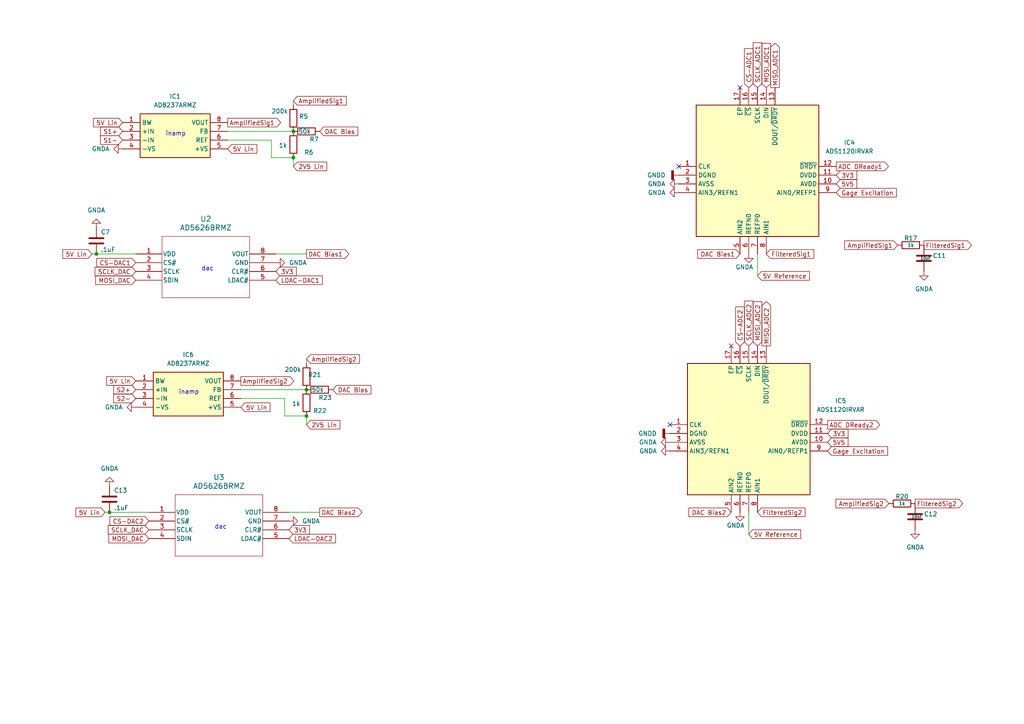
<source format=kicad_sch>
(kicad_sch (version 20231120) (generator "eeschema") (generator_version "8.0")
  (paper "A4")
  (lib_symbols
    (symbol "21xt_symbols:AD5626BRMZ" (pin_names (offset 0.254))
      (property "Reference" "U" (at 20.32 10.16 0))
      (property "Value" "AD5626BRMZ" (at 20.32 7.62 0))
      (symbol "AD5626BRMZ_0_1"
        (polyline (pts (xy 7.62 -12.7) (xy 33.02 -12.7)) (stroke (width 0.127)))
        (polyline (pts (xy 7.62 5.08) (xy 7.62 -12.7)) (stroke (width 0.127)))
        (polyline (pts (xy 33.02 -12.7) (xy 33.02 5.08)) (stroke (width 0.127)))
        (polyline (pts (xy 33.02 5.08) (xy 7.62 5.08)) (stroke (width 0.127)))
        (pin power_in line (at 0 0 0) (length 7.62) (name "VDD") (number "1"))
        (pin unspecified line (at 0 -2.54 0) (length 7.62) (name "CS#") (number "2"))
        (pin unspecified line (at 0 -5.08 0) (length 7.62) (name "SCLK") (number "3"))
        (pin unspecified line (at 0 -7.62 0) (length 7.62) (name "SDIN") (number "4"))
        (pin unspecified line (at 40.64 -7.62 180) (length 7.62) (name "LDAC#") (number "5"))
        (pin unspecified line (at 40.64 -5.08 180) (length 7.62) (name "CLR#") (number "6"))
        (pin unspecified line (at 40.64 -2.54 180) (length 7.62) (name "GND") (number "7"))
        (pin unspecified line (at 40.64 0 180) (length 7.62) (name "VOUT") (number "8"))
      )
    )
    (symbol "21xt_symbols:AD8237ARMZ"
      (property "Reference" "IC" (at 26.67 7.62 0))
      (property "Value" "AD8237ARMZ" (at 26.67 5.08 0))
      (symbol "AD8237ARMZ_1_1"
        (rectangle (start 5.08 2.54) (end 25.4 -10.16) (stroke (width 0.254)) (fill (type background)))
        (pin passive line (at 0 0 0) (length 5.08) (name "BW") (number "1"))
        (pin passive line (at 0 -2.54 0) (length 5.08) (name "+IN") (number "2"))
        (pin passive line (at 0 -5.08 0) (length 5.08) (name "-IN") (number "3"))
        (pin passive line (at 0 -7.62 0) (length 5.08) (name "-VS") (number "4"))
        (pin passive line (at 30.48 -7.62 180) (length 5.08) (name "+VS") (number "5"))
        (pin passive line (at 30.48 -5.08 180) (length 5.08) (name "REF") (number "6"))
        (pin passive line (at 30.48 -2.54 180) (length 5.08) (name "FB") (number "7"))
        (pin passive line (at 30.48 0 180) (length 5.08) (name "VOUT") (number "8"))
      )
    )
    (symbol "21xt_symbols:ADS1120IRVAR"
      (property "Reference" "IC" (at 41.91 22.86 0))
      (property "Value" "ADS1120IRVAR" (at 41.91 20.32 0))
      (symbol "ADS1120IRVAR_1_1"
        (rectangle (start 5.08 17.78) (end 40.64 -20.32) (stroke (width 0.254)) (fill (type background)))
        (pin passive line (at 0 0 0) (length 5.08) (name "CLK") (number "1"))
        (pin passive line (at 45.72 -5.08 180) (length 5.08) (name "AVDD") (number "10"))
        (pin passive line (at 45.72 -2.54 180) (length 5.08) (name "DVDD") (number "11"))
        (pin passive line (at 45.72 0 180) (length 5.08) (name "~{DRDY}") (number "12"))
        (pin passive line (at 27.94 22.86 270) (length 5.08) (name "DOUT/~{DRDY}") (number "13"))
        (pin passive line (at 25.4 22.86 270) (length 5.08) (name "DIN") (number "14"))
        (pin passive line (at 22.86 22.86 270) (length 5.08) (name "SCLK") (number "15"))
        (pin passive line (at 20.32 22.86 270) (length 5.08) (name "~{CS}") (number "16"))
        (pin passive line (at 17.78 22.86 270) (length 5.08) (name "EP") (number "17"))
        (pin passive line (at 0 -2.54 0) (length 5.08) (name "DGND") (number "2"))
        (pin passive line (at 0 -5.08 0) (length 5.08) (name "AVSS") (number "3"))
        (pin passive line (at 0 -7.62 0) (length 5.08) (name "AIN3/REFN1") (number "4"))
        (pin passive line (at 17.78 -25.4 90) (length 5.08) (name "AIN2") (number "5"))
        (pin passive line (at 20.32 -25.4 90) (length 5.08) (name "REFN0") (number "6"))
        (pin passive line (at 22.86 -25.4 90) (length 5.08) (name "REFP0") (number "7"))
        (pin passive line (at 25.4 -25.4 90) (length 5.08) (name "AIN1") (number "8"))
        (pin passive line (at 45.72 -7.62 180) (length 5.08) (name "AIN0/REFP1") (number "9"))
      )
    )
    (symbol "Device:C" (pin_numbers hide) (pin_names (offset 0.254))
      (property "Reference" "C" (at 0.635 2.54 0))
      (property "Value" "C" (at 0.635 -2.54 0))
      (symbol "C_0_1"
        (polyline (pts (xy -2.032 -0.762) (xy 2.032 -0.762)) (stroke (width 0.508)))
        (polyline (pts (xy -2.032 0.762) (xy 2.032 0.762)) (stroke (width 0.508)))
      )
      (symbol "C_1_1"
        (pin passive line (at 0 3.81 270) (length 2.794) (name "~") (number "1"))
        (pin passive line (at 0 -3.81 90) (length 2.794) (name "~") (number "2"))
      )
    )
    (symbol "Device:R" (pin_numbers hide) (pin_names (offset 0))
      (property "Reference" "R" (at 2.032 0 90))
      (property "Value" "R" (at 0 0 90))
      (symbol "R_0_1"
        (rectangle (start -1.016 -2.54) (end 1.016 2.54) (stroke (width 0.254)))
      )
      (symbol "R_1_1"
        (pin passive line (at 0 3.81 270) (length 1.27) (name "~") (number "1"))
        (pin passive line (at 0 -3.81 90) (length 1.27) (name "~") (number "2"))
      )
    )
    (symbol "power:GNDA" (power) (pin_numbers hide) (pin_names (offset 0) hide)
      (property "Value" "GNDA" (at 0 -3.81 0))
      (symbol "GNDA_0_1"
        (polyline (pts (xy 0 0) (xy 0 -1.27) (xy 1.27 -1.27) (xy 0 -2.54) (xy -1.27 -1.27) (xy 0 -1.27)))
      )
      (symbol "GNDA_1_1"
        (pin power_in line (at 0 0 270) (length 0) (name "~") (number "1"))
      )
    )
    (symbol "power:GNDD" (power) (pin_numbers hide) (pin_names (offset 0) hide)
      (property "Value" "GNDD" (at 0 -3.175 0))
      (symbol "GNDD_0_1"
        (rectangle (start -1.27 -1.524) (end 1.27 -2.032) (stroke (width 0.254)) (fill (type outline)))
        (polyline (pts (xy 0 0) (xy 0 -1.524)))
      )
      (symbol "GNDD_1_1"
        (pin power_in line (at 0 0 270) (length 0) (name "~") (number "1"))
      )
    )
  )
  (junction (at 31.75 148.59))
  (junction (at 88.9 113.03))
  (junction (at 88.9 120.65))
  (junction (at 85.09 45.72))
  (junction (at 27.94 73.66))
  (junction (at 85.09 38.1))
  (no_connect (at 196.85 48.26))
  (no_connect (at 212.09 100.33))
  (no_connect (at 214.63 25.4))
  (no_connect (at 194.31 123.19))
  (wire (pts (xy 69.85 113.03) (xy 88.9 113.03)))
  (wire (pts (xy 31.75 148.59) (xy 43.18 148.59)))
  (wire (pts (xy 88.9 73.66) (xy 80.01 73.66)))
  (wire (pts (xy 66.04 40.64) (xy 78.74 40.64)))
  (wire (pts (xy 217.17 148.59) (xy 217.17 154.94)))
  (wire (pts (xy 27.94 73.66) (xy 39.37 73.66)))
  (wire (pts (xy 26.67 73.66) (xy 27.94 73.66)))
  (wire (pts (xy 92.71 148.59) (xy 83.82 148.59)))
  (wire (pts (xy 78.74 40.64) (xy 78.74 45.72)))
  (wire (pts (xy 82.55 115.57) (xy 82.55 120.65)))
  (wire (pts (xy 88.9 104.14) (xy 88.9 105.41)))
  (wire (pts (xy 88.9 123.19) (xy 88.9 120.65)))
  (wire (pts (xy 69.85 115.57) (xy 82.55 115.57)))
  (wire (pts (xy 85.09 48.26) (xy 85.09 45.72)))
  (wire (pts (xy 82.55 120.65) (xy 88.9 120.65)))
  (wire (pts (xy 30.48 148.59) (xy 31.75 148.59)))
  (wire (pts (xy 66.04 38.1) (xy 85.09 38.1)))
  (wire (pts (xy 219.71 73.66) (xy 219.71 80.01)))
  (wire (pts (xy 85.09 29.21) (xy 85.09 30.48)))
  (wire (pts (xy 78.74 45.72) (xy 85.09 45.72)))
  (text "dac" (at 62.23 153.67 0) (effects (font (size 1.27 1.27)) (justify left bottom)))
  (text "inamp" (at 51.816 114.554 0) (effects (font (size 1.27 1.27)) (justify left bottom)))
  (text "inamp" (at 48.006 39.624 0) (effects (font (size 1.27 1.27)) (justify left bottom)))
  (text "dac" (at 58.42 78.74 0) (effects (font (size 1.27 1.27)) (justify left bottom)))
  (global_label "3V3" (shape input) (at 240.03 125.73 0) (property "Intersheetrefs" "${INTERSHEET_REFS}" (effects (hide yes))))
  (global_label "AmplifiedSig1" (shape input) (at 260.35 71.12 180) (property "Intersheetrefs" "${INTERSHEET_REFS}" (effects (hide yes))))
  (global_label "ADC DReady1" (shape output) (at 242.57 48.26 0) (property "Intersheetrefs" "${INTERSHEET_REFS}" (effects (hide yes))))
  (global_label "5V Lin" (shape input) (at 26.67 73.66 180) (property "Intersheetrefs" "${INTERSHEET_REFS}" (effects (hide yes))))
  (global_label "3V3" (shape input) (at 242.57 50.8 0) (property "Intersheetrefs" "${INTERSHEET_REFS}" (effects (hide yes))))
  (global_label "MISO_ADC2" (shape output) (at 222.25 100.33 90) (property "Intersheetrefs" "${INTERSHEET_REFS}" (effects (hide yes))))
  (global_label "5V Reference" (shape input) (at 219.71 80.01 0) (property "Intersheetrefs" "${INTERSHEET_REFS}" (effects (hide yes))))
  (global_label "FilteredSig1" (shape output) (at 267.97 71.12 0) (property "Intersheetrefs" "${INTERSHEET_REFS}" (effects (hide yes))))
  (global_label "DAC Bias" (shape input) (at 96.52 113.03 0) (property "Intersheetrefs" "${INTERSHEET_REFS}" (effects (hide yes))))
  (global_label "2V5 Lin" (shape input) (at 85.09 48.26 0) (property "Intersheetrefs" "${INTERSHEET_REFS}" (effects (hide yes))))
  (global_label "2V5 Lin" (shape input) (at 88.9 123.19 0) (property "Intersheetrefs" "${INTERSHEET_REFS}" (effects (hide yes))))
  (global_label "LDAC-DAC1" (shape input) (at 80.01 81.28 0) (property "Intersheetrefs" "${INTERSHEET_REFS}" (effects (hide yes))))
  (global_label "MOSI_ADC2" (shape input) (at 219.71 100.33 90) (property "Intersheetrefs" "${INTERSHEET_REFS}" (effects (hide yes))))
  (global_label "MISO_ADC1" (shape output) (at 224.79 25.4 90) (property "Intersheetrefs" "${INTERSHEET_REFS}" (effects (hide yes))))
  (global_label "Gage Excitation" (shape input) (at 242.57 55.88 0) (property "Intersheetrefs" "${INTERSHEET_REFS}" (effects (hide yes))))
  (global_label "Gage Excitation" (shape input) (at 240.03 130.81 0) (property "Intersheetrefs" "${INTERSHEET_REFS}" (effects (hide yes))))
  (global_label "MOSI_DAC" (shape input) (at 43.18 156.21 180) (property "Intersheetrefs" "${INTERSHEET_REFS}" (effects (hide yes))))
  (global_label "5V Lin" (shape input) (at 39.37 110.49 180) (property "Intersheetrefs" "${INTERSHEET_REFS}" (effects (hide yes))))
  (global_label "5V Lin" (shape input) (at 66.04 43.18 0) (property "Intersheetrefs" "${INTERSHEET_REFS}" (effects (hide yes))))
  (global_label "5V5" (shape input) (at 242.57 53.34 0) (property "Intersheetrefs" "${INTERSHEET_REFS}" (effects (hide yes))))
  (global_label "5V Lin" (shape input) (at 35.56 35.56 180) (property "Intersheetrefs" "${INTERSHEET_REFS}" (effects (hide yes))))
  (global_label "SCLK_ADC1" (shape input) (at 219.71 25.4 90) (property "Intersheetrefs" "${INTERSHEET_REFS}" (effects (hide yes))))
  (global_label "MOSI_DAC" (shape input) (at 39.37 81.28 180) (property "Intersheetrefs" "${INTERSHEET_REFS}" (effects (hide yes))))
  (global_label "S2+" (shape input) (at 39.37 113.03 180) (property "Intersheetrefs" "${INTERSHEET_REFS}" (effects (hide yes))))
  (global_label "S1+" (shape input) (at 35.56 38.1 180) (property "Intersheetrefs" "${INTERSHEET_REFS}" (effects (hide yes))))
  (global_label "3V3" (shape input) (at 80.01 78.74 0) (property "Intersheetrefs" "${INTERSHEET_REFS}" (effects (hide yes))))
  (global_label "AmplifiedSig2" (shape input) (at 88.9 104.14 0) (property "Intersheetrefs" "${INTERSHEET_REFS}" (effects (hide yes))))
  (global_label "FilteredSig2" (shape output) (at 265.43 146.05 0) (property "Intersheetrefs" "${INTERSHEET_REFS}" (effects (hide yes))))
  (global_label "AmplifiedSig2" (shape input) (at 257.81 146.05 180) (property "Intersheetrefs" "${INTERSHEET_REFS}" (effects (hide yes))))
  (global_label "SCLK_DAC" (shape input) (at 39.37 78.74 180) (property "Intersheetrefs" "${INTERSHEET_REFS}" (effects (hide yes))))
  (global_label "DAC Bias2" (shape input) (at 212.09 148.59 180) (property "Intersheetrefs" "${INTERSHEET_REFS}" (effects (hide yes))))
  (global_label "5V Reference" (shape input) (at 217.17 154.94 0) (property "Intersheetrefs" "${INTERSHEET_REFS}" (effects (hide yes))))
  (global_label "AmplifiedSig2" (shape output) (at 69.85 110.49 0) (property "Intersheetrefs" "${INTERSHEET_REFS}" (effects (hide yes))))
  (global_label "S2-" (shape input) (at 39.37 115.57 180) (property "Intersheetrefs" "${INTERSHEET_REFS}" (effects (hide yes))))
  (global_label "LDAC-DAC2" (shape input) (at 83.82 156.21 0) (property "Intersheetrefs" "${INTERSHEET_REFS}" (effects (hide yes))))
  (global_label "CS-DAC1" (shape input) (at 39.37 76.2 180) (property "Intersheetrefs" "${INTERSHEET_REFS}" (effects (hide yes))))
  (global_label "SCLK_DAC" (shape input) (at 43.18 153.67 180) (property "Intersheetrefs" "${INTERSHEET_REFS}" (effects (hide yes))))
  (global_label "S1-" (shape input) (at 35.56 40.64 180) (property "Intersheetrefs" "${INTERSHEET_REFS}" (effects (hide yes))))
  (global_label "DAC Bias1" (shape output) (at 88.9 73.66 0) (property "Intersheetrefs" "${INTERSHEET_REFS}" (effects (hide yes))))
  (global_label "FilteredSig1" (shape input) (at 222.25 73.66 0) (property "Intersheetrefs" "${INTERSHEET_REFS}" (effects (hide yes))))
  (global_label "AmplifiedSig1" (shape output) (at 66.04 35.56 0) (property "Intersheetrefs" "${INTERSHEET_REFS}" (effects (hide yes))))
  (global_label "CS-ADC1" (shape input) (at 217.17 25.4 90) (property "Intersheetrefs" "${INTERSHEET_REFS}" (effects (hide yes))))
  (global_label "SCLK_ADC2" (shape input) (at 217.17 100.33 90) (property "Intersheetrefs" "${INTERSHEET_REFS}" (effects (hide yes))))
  (global_label "CS-DAC2" (shape input) (at 43.18 151.13 180) (property "Intersheetrefs" "${INTERSHEET_REFS}" (effects (hide yes))))
  (global_label "ADC DReady2" (shape output) (at 240.03 123.19 0) (property "Intersheetrefs" "${INTERSHEET_REFS}" (effects (hide yes))))
  (global_label "5V5" (shape input) (at 240.03 128.27 0) (property "Intersheetrefs" "${INTERSHEET_REFS}" (effects (hide yes))))
  (global_label "DAC Bias" (shape input) (at 92.71 38.1 0) (property "Intersheetrefs" "${INTERSHEET_REFS}" (effects (hide yes))))
  (global_label "CS-ADC2" (shape input) (at 214.63 100.33 90) (property "Intersheetrefs" "${INTERSHEET_REFS}" (effects (hide yes))))
  (global_label "MOSI_ADC1" (shape input) (at 222.25 25.4 90) (property "Intersheetrefs" "${INTERSHEET_REFS}" (effects (hide yes))))
  (global_label "DAC Bias2" (shape output) (at 92.71 148.59 0) (property "Intersheetrefs" "${INTERSHEET_REFS}" (effects (hide yes))))
  (global_label "AmplifiedSig1" (shape input) (at 85.09 29.21 0) (property "Intersheetrefs" "${INTERSHEET_REFS}" (effects (hide yes))))
  (global_label "DAC Bias1" (shape input) (at 214.63 73.66 180) (property "Intersheetrefs" "${INTERSHEET_REFS}" (effects (hide yes))))
  (global_label "3V3" (shape input) (at 83.82 153.67 0) (property "Intersheetrefs" "${INTERSHEET_REFS}" (effects (hide yes))))
  (global_label "FilteredSig2" (shape input) (at 219.71 148.59 0) (property "Intersheetrefs" "${INTERSHEET_REFS}" (effects (hide yes))))
  (global_label "5V Lin" (shape input) (at 30.48 148.59 180) (property "Intersheetrefs" "${INTERSHEET_REFS}" (effects (hide yes))))
  (global_label "5V Lin" (shape input) (at 69.85 118.11 0) (property "Intersheetrefs" "${INTERSHEET_REFS}" (effects (hide yes))))
  (symbol (lib_id "power:GNDA") (at 194.31 130.81 270) (unit 1)
    (property "Reference" "#PWR039" (effects (hide yes)))
    (property "Value" "GNDA" (at 187.96 130.81 90))
    (property "Description" "Power symbol creates a global label with name \"GNDA\" , analog ground" (effects (hide yes)))
  )
  (symbol (lib_id "21xt_symbols:AD5626BRMZ") (at 39.37 73.66 0) (unit 1)
    (property "Reference" "U2" (at 59.69 63.5 0) (effects (font (size 1.524 1.524))))
    (property "Value" "AD5626BRMZ" (at 59.69 66.04 0) (effects (font (size 1.524 1.524))))
    (property "Footprint" "21xt_footprints:AD5626" (effects (hide yes)))
    (property "Datasheet" "AD5626BRMZ" (effects (hide yes)))
    (property "Description" "DAC for wsg, main" (effects (hide yes)))
  )
  (symbol (lib_id "power:GNDD") (at 194.31 125.73 270) (unit 1)
    (property "Reference" "#PWR037" (effects (hide yes)))
    (property "Value" "GNDD" (at 190.5 125.73 90) (effects (justify right)))
    (property "Description" "Power symbol creates a global label with name \"GNDD\" , digital ground" (effects (hide yes)))
  )
  (symbol (lib_id "21xt_symbols:AD8237ARMZ") (at 39.37 110.49 0) (unit 1)
    (property "Reference" "IC6" (at 54.61 102.87 0))
    (property "Value" "AD8237ARMZ" (at 54.61 105.41 0))
    (property "Footprint" "21xt_footprints:SOP65P490X110-8N" (effects (hide yes)))
    (property "Datasheet" "http://www.analog.com/media/en/technical-documentation/data-sheets/AD8237.pdf" (effects (hide yes)))
    (property "Description" "Instrumentation Amp Micropower RRIO MSOP Analog Devices AD8237ARMZ Instrumentation Amplifier, 75uV Offset 6MHz GBW, CMMR 106dB, 1.8  5.5 V, 8-Pin MSOP" (effects (hide yes)))
    (property "Height" "1.1" (effects (hide yes)))
    (property "Mouser Part Number" "584-AD8237ARMZ" (effects (hide yes)))
    (property "Mouser Price/Stock" "https://www.mouser.co.uk/ProductDetail/Analog-Devices/AD8237ARMZ?qs=%2FtpEQrCGXCyniCWLHN9bdQ%3D%3D" (effects (hide yes)))
    (property "Manufacturer_Name" "Analog Devices" (effects (hide yes)))
    (property "Manufacturer_Part_Number" "AD8237ARMZ" (effects (hide yes)))
  )
  (symbol (lib_id "21xt_symbols:ADS1120IRVAR") (at 196.85 48.26 0) (unit 1)
    (property "Reference" "IC4" (at 246.38 41.3319 0))
    (property "Value" "ADS1120IRVAR" (at 246.38 43.8719 0))
    (property "Footprint" "21xt_footprints:QFN50P350X350X100-17N-D" (effects (hide yes)))
    (property "Datasheet" "https://www.arrow.com/en/products/ads1120irvar/texas-instruments" (effects (hide yes)))
    (property "Description" "16-bit, 2-kSPS, 4-ch, low-power, small-size delta-sigma ADC with PGA, VREF, 2x IDACs & SPI interface" (effects (hide yes)))
    (property "Height" "1" (effects (hide yes)))
    (property "Mouser Part Number" "595-ADS1120IRVAR" (effects (hide yes)))
    (property "Mouser Price/Stock" "https://www.mouser.co.uk/ProductDetail/Texas-Instruments/ADS1120IRVAR?qs=%2Fd%252BFzHvH4c2AzmjDnnpHRQ%3D%3D" (effects (hide yes)))
    (property "Manufacturer_Name" "Texas Instruments" (effects (hide yes)))
    (property "Manufacturer_Part_Number" "ADS1120IRVAR" (effects (hide yes)))
  )
  (symbol (lib_id "power:GNDA") (at 27.94 66.04 180) (unit 1)
    (property "Reference" "#PWR015" (effects (hide yes)))
    (property "Value" "GNDA" (at 27.94 60.96 0))
    (property "Description" "Power symbol creates a global label with name \"GNDA\" , analog ground" (effects (hide yes)))
  )
  (symbol (lib_id "power:GNDA") (at 35.56 43.18 270) (mirror x) (unit 1)
    (property "Reference" "#PWR03" (effects (hide yes)))
    (property "Value" "GNDA" (at 29.21 43.18 90))
    (property "Description" "Power symbol creates a global label with name \"GNDA\" , analog ground" (effects (hide yes)))
  )
  (symbol (lib_id "power:GNDA") (at 31.75 140.97 180) (unit 1)
    (property "Reference" "#PWR042" (effects (hide yes)))
    (property "Value" "GNDA" (at 31.75 135.89 0))
    (property "Description" "Power symbol creates a global label with name \"GNDA\" , analog ground" (effects (hide yes)))
  )
  (symbol (lib_id "Device:C") (at 31.75 144.78 0) (unit 1)
    (property "Reference" "C13" (at 33.02 142.24 0) (effects (justify left)))
    (property "Value" ".1uF" (at 33.02 147.32 0) (effects (justify left)))
    (property "Footprint" "Capacitor_SMD:C_0402_1005Metric" (effects (hide yes)))
    (property "Description" "Unpolarized capacitor" (effects (hide yes)))
  )
  (symbol (lib_id "Device:R") (at 88.9 109.22 180) (unit 1)
    (property "Reference" "R21" (at 93.218 108.712 0) (effects (justify left)))
    (property "Value" "200k" (at 87.376 107.188 0) (effects (justify left)))
    (property "Footprint" "Resistor_SMD:R_0402_1005Metric" (effects (hide yes)))
    (property "Description" "Resistor" (effects (hide yes)))
  )
  (symbol (lib_id "power:GNDA") (at 265.43 153.67 0) (unit 1)
    (property "Reference" "#PWR041" (effects (hide yes)))
    (property "Value" "GNDA" (at 265.43 158.75 0))
    (property "Description" "Power symbol creates a global label with name \"GNDA\" , analog ground" (effects (hide yes)))
  )
  (symbol (lib_id "power:GNDA") (at 196.85 55.88 270) (unit 1)
    (property "Reference" "#PWR024" (effects (hide yes)))
    (property "Value" "GNDA" (at 190.5 55.88 90))
    (property "Description" "Power symbol creates a global label with name \"GNDA\" , analog ground" (effects (hide yes)))
  )
  (symbol (lib_id "Device:R") (at 88.9 116.84 180) (unit 1)
    (property "Reference" "R22" (at 94.742 119.126 0) (effects (justify left)))
    (property "Value" "1k" (at 87.122 117.094 0) (effects (justify left)))
    (property "Footprint" "Resistor_SMD:R_0402_1005Metric" (effects (hide yes)))
    (property "Description" "Resistor" (effects (hide yes)))
  )
  (symbol (lib_id "Device:R") (at 85.09 41.91 180) (unit 1)
    (property "Reference" "R6" (at 90.932 44.196 0) (effects (justify left)))
    (property "Value" "1k" (at 83.312 42.164 0) (effects (justify left)))
    (property "Footprint" "Resistor_SMD:R_0402_1005Metric" (effects (hide yes)))
    (property "Description" "Resistor" (effects (hide yes)))
  )
  (symbol (lib_id "21xt_symbols:ADS1120IRVAR") (at 194.31 123.19 0) (unit 1)
    (property "Reference" "IC5" (at 243.84 116.2619 0))
    (property "Value" "ADS1120IRVAR" (at 243.84 118.8019 0))
    (property "Footprint" "21xt_footprints:QFN50P350X350X100-17N-D" (effects (hide yes)))
    (property "Datasheet" "https://www.arrow.com/en/products/ads1120irvar/texas-instruments" (effects (hide yes)))
    (property "Description" "16-bit, 2-kSPS, 4-ch, low-power, small-size delta-sigma ADC with PGA, VREF, 2x IDACs & SPI interface" (effects (hide yes)))
    (property "Height" "1" (effects (hide yes)))
    (property "Mouser Part Number" "595-ADS1120IRVAR" (effects (hide yes)))
    (property "Mouser Price/Stock" "https://www.mouser.co.uk/ProductDetail/Texas-Instruments/ADS1120IRVAR?qs=%2Fd%252BFzHvH4c2AzmjDnnpHRQ%3D%3D" (effects (hide yes)))
    (property "Manufacturer_Name" "Texas Instruments" (effects (hide yes)))
    (property "Manufacturer_Part_Number" "ADS1120IRVAR" (effects (hide yes)))
  )
  (symbol (lib_id "Device:R") (at 261.62 146.05 90) (unit 1)
    (property "Reference" "R20" (at 261.62 144.018 90))
    (property "Value" "1k" (at 261.62 146.05 90) (effects (font (size 1 1))))
    (property "Footprint" "Resistor_SMD:R_0402_1005Metric" (effects (hide yes)))
    (property "Description" "Resistor" (effects (hide yes)))
  )
  (symbol (lib_id "power:GNDA") (at 39.37 118.11 270) (mirror x) (unit 1)
    (property "Reference" "#PWR043" (effects (hide yes)))
    (property "Value" "GNDA" (at 33.02 118.11 90))
    (property "Description" "Power symbol creates a global label with name \"GNDA\" , analog ground" (effects (hide yes)))
  )
  (symbol (lib_id "power:GNDA") (at 214.63 148.59 0) (unit 1)
    (property "Reference" "#PWR040" (effects (hide yes)))
    (property "Value" "GNDA" (at 213.36 152.4 0))
    (property "Description" "Power symbol creates a global label with name \"GNDA\" , analog ground" (effects (hide yes)))
  )
  (symbol (lib_id "Device:C") (at 27.94 69.85 0) (unit 1)
    (property "Reference" "C7" (at 29.21 67.31 0) (effects (justify left)))
    (property "Value" ".1uF" (at 29.21 72.39 0) (effects (justify left)))
    (property "Footprint" "Capacitor_SMD:C_0402_1005Metric" (effects (hide yes)))
    (property "Description" "Unpolarized capacitor" (effects (hide yes)))
  )
  (symbol (lib_id "Device:C") (at 265.43 149.86 0) (unit 1)
    (property "Reference" "C12" (at 267.97 149.098 0) (effects (justify left)))
    (property "Value" "10nF" (at 264.414 149.86 0) (effects (font (size 0.8 0.8)) (justify left)))
    (property "Footprint" "Capacitor_SMD:C_0402_1005Metric" (effects (hide yes)))
    (property "Description" "Unpolarized capacitor" (effects (hide yes)))
  )
  (symbol (lib_id "power:GNDA") (at 267.97 78.74 0) (unit 1)
    (property "Reference" "#PWR034" (effects (hide yes)))
    (property "Value" "GNDA" (at 267.97 83.82 0))
    (property "Description" "Power symbol creates a global label with name \"GNDA\" , analog ground" (effects (hide yes)))
  )
  (symbol (lib_id "Device:R") (at 264.16 71.12 90) (unit 1)
    (property "Reference" "R17" (at 264.16 69.088 90))
    (property "Value" "1k" (at 264.16 71.12 90) (effects (font (size 1 1))))
    (property "Footprint" "Resistor_SMD:R_0402_1005Metric" (effects (hide yes)))
    (property "Description" "Resistor" (effects (hide yes)))
  )
  (symbol (lib_id "power:GNDA") (at 217.17 73.66 0) (unit 1)
    (property "Reference" "#PWR027" (effects (hide yes)))
    (property "Value" "GNDA" (at 215.9 77.47 0))
    (property "Description" "Power symbol creates a global label with name \"GNDA\" , analog ground" (effects (hide yes)))
  )
  (symbol (lib_id "power:GNDA") (at 196.85 53.34 270) (unit 1)
    (property "Reference" "#PWR023" (effects (hide yes)))
    (property "Value" "GNDA" (at 193.04 53.34 90) (effects (justify right)))
    (property "Description" "Power symbol creates a global label with name \"GNDA\" , analog ground" (effects (hide yes)))
  )
  (symbol (lib_id "power:GNDD") (at 196.85 50.8 270) (unit 1)
    (property "Reference" "#PWR022" (effects (hide yes)))
    (property "Value" "GNDD" (at 193.04 50.8 90) (effects (justify right)))
    (property "Description" "Power symbol creates a global label with name \"GNDD\" , digital ground" (effects (hide yes)))
  )
  (symbol (lib_id "power:GNDA") (at 83.82 151.13 90) (unit 1)
    (property "Reference" "#PWR044" (effects (hide yes)))
    (property "Value" "GNDA" (at 87.63 151.13 90) (effects (justify right)))
    (property "Description" "Power symbol creates a global label with name \"GNDA\" , analog ground" (effects (hide yes)))
  )
  (symbol (lib_id "Device:R") (at 85.09 34.29 180) (unit 1)
    (property "Reference" "R5" (at 89.408 33.782 0) (effects (justify left)))
    (property "Value" "200k" (at 83.566 32.258 0) (effects (justify left)))
    (property "Footprint" "Resistor_SMD:R_0402_1005Metric" (effects (hide yes)))
    (property "Description" "Resistor" (effects (hide yes)))
  )
  (symbol (lib_id "power:GNDA") (at 194.31 128.27 270) (unit 1)
    (property "Reference" "#PWR038" (effects (hide yes)))
    (property "Value" "GNDA" (at 190.5 128.27 90) (effects (justify right)))
    (property "Description" "Power symbol creates a global label with name \"GNDA\" , analog ground" (effects (hide yes)))
  )
  (symbol (lib_id "power:GNDA") (at 80.01 76.2 90) (unit 1)
    (property "Reference" "#PWR019" (effects (hide yes)))
    (property "Value" "GNDA" (at 83.82 76.2 90) (effects (justify right)))
    (property "Description" "Power symbol creates a global label with name \"GNDA\" , analog ground" (effects (hide yes)))
  )
  (symbol (lib_id "21xt_symbols:AD5626BRMZ") (at 43.18 148.59 0) (unit 1)
    (property "Reference" "U3" (at 63.5 138.43 0) (effects (font (size 1.524 1.524))))
    (property "Value" "AD5626BRMZ" (at 63.5 140.97 0) (effects (font (size 1.524 1.524))))
    (property "Footprint" "21xt_footprints:AD5626" (effects (hide yes)))
    (property "Datasheet" "AD5626BRMZ" (effects (hide yes)))
    (property "Description" "DAC for wsg, main" (effects (hide yes)))
  )
  (symbol (lib_id "Device:C") (at 267.97 74.93 0) (unit 1)
    (property "Reference" "C11" (at 270.51 74.168 0) (effects (justify left)))
    (property "Value" "10nF" (at 266.954 74.93 0) (effects (font (size 0.8 0.8)) (justify left)))
    (property "Footprint" "Capacitor_SMD:C_0402_1005Metric" (effects (hide yes)))
    (property "Description" "Unpolarized capacitor" (effects (hide yes)))
  )
  (symbol (lib_id "21xt_symbols:AD8237ARMZ") (at 35.56 35.56 0) (unit 1)
    (property "Reference" "IC1" (at 50.8 27.94 0))
    (property "Value" "AD8237ARMZ" (at 50.8 30.48 0))
    (property "Footprint" "21xt_footprints:SOP65P490X110-8N" (effects (hide yes)))
    (property "Datasheet" "http://www.analog.com/media/en/technical-documentation/data-sheets/AD8237.pdf" (effects (hide yes)))
    (property "Description" "Instrumentation Amp Micropower RRIO MSOP Analog Devices AD8237ARMZ Instrumentation Amplifier, 75uV Offset 6MHz GBW, CMMR 106dB, 1.8  5.5 V, 8-Pin MSOP" (effects (hide yes)))
    (property "Height" "1.1" (effects (hide yes)))
    (property "Mouser Part Number" "584-AD8237ARMZ" (effects (hide yes)))
    (property "Mouser Price/Stock" "https://www.mouser.co.uk/ProductDetail/Analog-Devices/AD8237ARMZ?qs=%2FtpEQrCGXCyniCWLHN9bdQ%3D%3D" (effects (hide yes)))
    (property "Manufacturer_Name" "Analog Devices" (effects (hide yes)))
    (property "Manufacturer_Part_Number" "AD8237ARMZ" (effects (hide yes)))
  )
  (symbol (lib_id "Device:R") (at 92.71 113.03 90) (unit 1)
    (property "Reference" "R23" (at 96.266 115.316 90) (effects (justify left)))
    (property "Value" "50k" (at 93.98 113.03 90) (effects (justify left)))
    (property "Footprint" "Resistor_SMD:R_0402_1005Metric" (effects (hide yes)))
    (property "Description" "Resistor" (effects (hide yes)))
  )
  (symbol (lib_id "Device:R") (at 88.9 38.1 90) (unit 1)
    (property "Reference" "R7" (at 92.456 40.386 90) (effects (justify left)))
    (property "Value" "50k" (at 90.17 38.1 90) (effects (justify left)))
    (property "Footprint" "Resistor_SMD:R_0402_1005Metric" (effects (hide yes)))
    (property "Description" "Resistor" (effects (hide yes)))
  )
)
</source>
